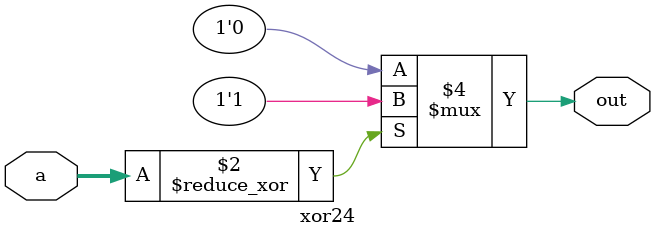
<source format=v>
module xor24 (
    input wire [3:0] a,
    output reg out
);

    always @(*) begin
        out = (^a == 1'b1) ? 1'b1 : 1'b0;
    end
    
endmodule

</source>
